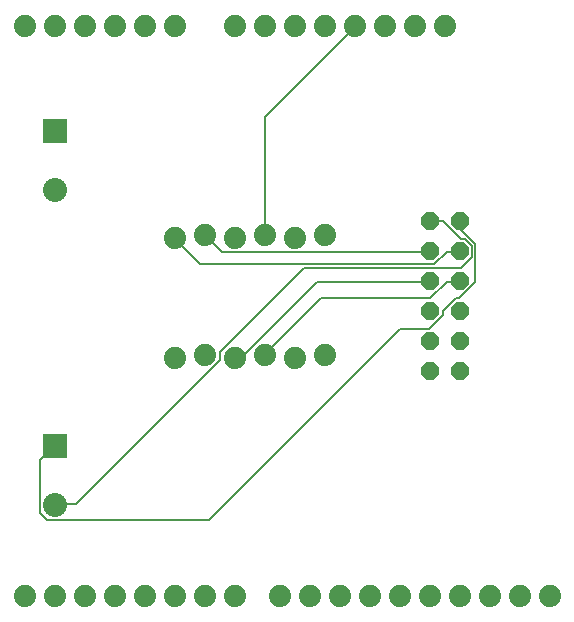
<source format=gbr>
G04 EAGLE Gerber RS-274X export*
G75*
%MOMM*%
%FSLAX34Y34*%
%LPD*%
%INBottom Copper*%
%IPPOS*%
%AMOC8*
5,1,8,0,0,1.08239X$1,22.5*%
G01*
%ADD10C,1.879600*%
%ADD11P,1.649562X8X112.500000*%
%ADD12R,2.032000X2.032000*%
%ADD13C,2.032000*%
%ADD14C,0.152400*%


D10*
X330200Y508000D03*
X304800Y508000D03*
X279400Y508000D03*
X254000Y508000D03*
X228600Y508000D03*
X203200Y508000D03*
X152400Y508000D03*
X127000Y508000D03*
X101600Y508000D03*
X76200Y508000D03*
X50800Y508000D03*
X25400Y508000D03*
X25400Y25400D03*
X50800Y25400D03*
X76200Y25400D03*
X101600Y25400D03*
X127000Y25400D03*
X152400Y25400D03*
X177800Y25400D03*
X203200Y25400D03*
X241300Y25400D03*
X266700Y25400D03*
X292100Y25400D03*
X317500Y25400D03*
X342900Y25400D03*
X368300Y25400D03*
X393700Y25400D03*
X419100Y25400D03*
X444500Y25400D03*
X469900Y25400D03*
X355600Y508000D03*
X381000Y508000D03*
X279400Y331470D03*
X254000Y328930D03*
X228600Y331470D03*
X203200Y328930D03*
X177800Y331470D03*
X152400Y328930D03*
X152400Y227330D03*
X177800Y229870D03*
X203200Y227330D03*
X228600Y229870D03*
X254000Y227330D03*
X279400Y229870D03*
D11*
X393700Y215900D03*
X368300Y215900D03*
X393700Y241300D03*
X368300Y241300D03*
X393700Y266700D03*
X368300Y266700D03*
X393700Y292100D03*
X368300Y292100D03*
X393700Y317500D03*
X368300Y317500D03*
X393700Y342900D03*
X368300Y342900D03*
D12*
X50800Y152400D03*
D13*
X50800Y102400D03*
D12*
X50800Y419100D03*
D13*
X50800Y369100D03*
D14*
X204216Y228600D02*
X210312Y228600D01*
X272796Y291084D01*
X367284Y291084D01*
X204216Y228600D02*
X203200Y227330D01*
X367284Y291084D02*
X368300Y292100D01*
X382524Y291084D02*
X393192Y291084D01*
X382524Y291084D02*
X368808Y277368D01*
X275844Y277368D01*
X228600Y230124D01*
X393192Y291084D02*
X393700Y292100D01*
X228600Y230124D02*
X228600Y229870D01*
X394716Y335280D02*
X394716Y342900D01*
X394716Y335280D02*
X406908Y323088D01*
X406908Y291084D01*
X393192Y277368D01*
X390144Y277368D01*
X379476Y266700D01*
X379476Y263652D01*
X367284Y251460D01*
X342900Y251460D01*
X181356Y89916D01*
X44196Y89916D01*
X38100Y96012D01*
X38100Y140208D01*
X50292Y152400D01*
X393700Y342900D02*
X394716Y342900D01*
X50800Y152400D02*
X50292Y152400D01*
X368300Y342900D02*
X379476Y342900D01*
X394716Y327660D01*
X397764Y327660D01*
X403860Y321564D01*
X403860Y312420D01*
X394716Y303276D01*
X262128Y303276D01*
X190500Y231648D01*
X190500Y225552D01*
X68580Y103632D01*
X51816Y103632D01*
X50800Y102400D01*
X228600Y331470D02*
X228600Y431292D01*
X304800Y507492D01*
X304800Y508000D01*
X382524Y316992D02*
X393192Y316992D01*
X382524Y316992D02*
X371856Y306324D01*
X173736Y306324D01*
X152400Y327660D01*
X393192Y316992D02*
X393700Y317500D01*
X152400Y327660D02*
X152400Y328930D01*
X192024Y316992D02*
X367284Y316992D01*
X192024Y316992D02*
X178308Y330708D01*
X367284Y316992D02*
X368300Y317500D01*
X178308Y330708D02*
X177800Y331470D01*
M02*

</source>
